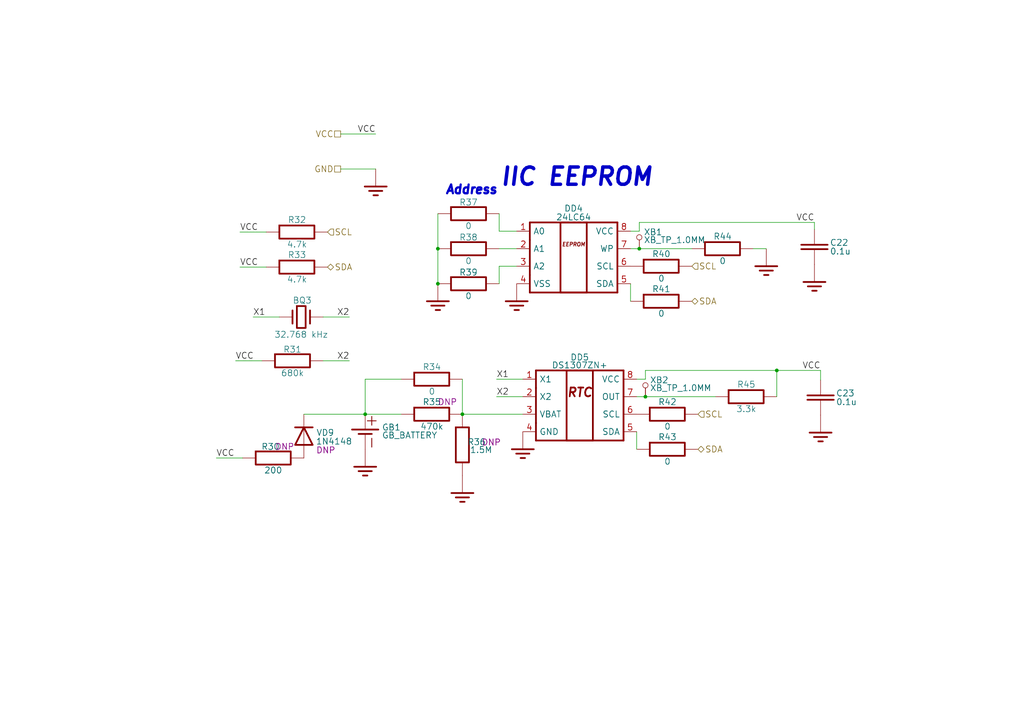
<source format=kicad_sch>
(kicad_sch (version 20211123) (generator eeschema)
  (paper "A4")
  (lib_symbols
    (symbol "C_CAP_17" (pin_names (offset 0))
      (property "Reference" "C" (at 0 6.35 0))
      (property "Value" "C_CAP_17" (at 0 -6.35 0))
      (symbol "C_CAP_17_0_1"
        (polyline (pts (xy -5.08 0) (xy -0.635 0)))
        (polyline (pts (xy -0.635 3.81) (xy -0.635 -3.81)) (stroke (width 0.508)))
        (polyline (pts (xy 0.635 0) (xy 5.08 0)))
        (polyline (pts (xy 0.635 3.81) (xy 0.635 -3.81)) (stroke (width 0.508)))
      )
      (symbol "C_CAP_17_1_1"
        (pin passive line (at -5.08 0 0) (length 2.54) hide (name "~") (number "1"))
        (pin passive line (at 5.08 0 180) (length 2.54) hide (name "~") (number "2"))
      )
    )
    (symbol "Chips:24LC64" (pin_names (offset 1.016))
      (property "Reference" "DD" (at 0 13.97 0))
      (property "Value" "24LC64" (at 0 11.43 0))
      (symbol "24LC64_0_1"
        (rectangle (start -3.81 10.16) (end 3.81 -10.16) (stroke (width 0.508)))
        (polyline (pts (xy -12.7 -10.16) (xy 12.7 -10.16)) (stroke (width 0.508)))
        (polyline (pts (xy -12.7 -5.08) (xy -12.7 -10.16)) (stroke (width 0.508)))
        (polyline (pts (xy 12.7 -10.16) (xy 12.7 10.16)) (stroke (width 0.508)))
        (polyline (pts (xy 12.7 10.16) (xy -12.7 10.16)) (stroke (width 0.508)))
      )
      (symbol "24LC64_1_1"
        (polyline (pts (xy -12.7 -5.08) (xy -12.7 -5.08)) (stroke (width 0.508)))
        (polyline (pts (xy -12.7 -5.08) (xy -12.7 5.08)) (stroke (width 0.508)))
        (polyline (pts (xy -12.7 2.54) (xy -12.7 2.54)) (stroke (width 0.508)))
        (polyline (pts (xy -12.7 5.08) (xy -12.7 5.08)))
        (polyline (pts (xy -12.7 10.16) (xy -12.7 5.08)) (stroke (width 0.508)))
        (text "EEPROM" (at 0 3.81 0) (effects (font (size 1.1 1.1) bold italic)))
        (pin input line (at -16.51 7.62 0) (length 3.81) (name "A0") (number "1"))
        (pin input line (at -16.51 2.54 0) (length 3.81) (name "A1") (number "2"))
        (pin input line (at -16.51 -2.54 0) (length 3.81) (name "A2") (number "3"))
        (pin power_in line (at -16.51 -7.62 0) (length 3.81) (name "VSS") (number "4"))
        (pin input line (at 16.51 -7.62 180) (length 3.81) (name "SDA") (number "5"))
        (pin input line (at 16.51 -2.54 180) (length 3.81) (name "SCL") (number "6"))
        (pin input line (at 16.51 2.54 180) (length 3.81) (name "WP") (number "7"))
        (pin power_in line (at 16.51 7.62 180) (length 3.81) (name "VCC") (number "8"))
      )
    )
    (symbol "Chips:DS1307ZN+" (pin_names (offset 1.016))
      (property "Reference" "DD" (at 0 13.97 0))
      (property "Value" "DS1307ZN+" (at 0 11.684 0))
      (symbol "DS1307ZN+_0_1"
        (rectangle (start -3.81 10.16) (end 3.81 -10.16) (stroke (width 0.508)))
        (polyline (pts (xy -12.7 -10.16) (xy 12.7 -10.16)) (stroke (width 0.508)))
        (polyline (pts (xy -12.7 -5.08) (xy -12.7 -10.16)) (stroke (width 0.508)))
        (polyline (pts (xy 12.7 -10.16) (xy 12.7 10.16)) (stroke (width 0.508)))
        (polyline (pts (xy 12.7 10.16) (xy -12.7 10.16)) (stroke (width 0.508)))
      )
      (symbol "DS1307ZN+_1_1"
        (polyline (pts (xy -12.7 -5.08) (xy -12.7 -5.08)) (stroke (width 0.508)))
        (polyline (pts (xy -12.7 -5.08) (xy -12.7 5.08)) (stroke (width 0.508)))
        (polyline (pts (xy -12.7 2.54) (xy -12.7 2.54)) (stroke (width 0.508)))
        (polyline (pts (xy -12.7 5.08) (xy -12.7 5.08)))
        (polyline (pts (xy -12.7 10.16) (xy -12.7 5.08)) (stroke (width 0.508)))
        (text "RTC" (at 0 3.81 0) (effects (font (size 2.54 2.54) bold italic)))
        (pin input line (at -16.51 7.62 0) (length 3.81) (name "X1") (number "1"))
        (pin input line (at -16.51 2.54 0) (length 3.81) (name "X2") (number "2"))
        (pin power_in line (at -16.51 -2.54 0) (length 3.81) (name "VBAT") (number "3"))
        (pin power_in line (at -16.51 -7.62 0) (length 3.81) (name "GND") (number "4"))
        (pin bidirectional line (at 16.51 -7.62 180) (length 3.81) (name "SDA") (number "5"))
        (pin input line (at 16.51 -2.54 180) (length 3.81) (name "SCL") (number "6"))
        (pin open_collector line (at 16.51 2.54 180) (length 3.81) (name "OUT") (number "7"))
        (pin power_in line (at 16.51 7.62 180) (length 3.81) (name "VCC") (number "8"))
      )
    )
    (symbol "Connectors:XB_TP_1.0MM" (pin_numbers hide) (pin_names hide) (in_bom no)
      (property "Reference" "XB" (at 2.794 4.572 0))
      (property "Value" "XB_TP_1.0MM" (at 9.906 2.286 0))
      (symbol "XB_TP_1.0MM_0_1"
        (circle (center 0 3.302) (radius 0.762))
      )
      (symbol "XB_TP_1.0MM_1_1"
        (pin passive line (at 0 0 90) (length 2.54) (name "1") (number "1"))
      )
    )
    (symbol "Diodes:VD_DIODE" (pin_names (offset 0))
      (property "Reference" "VD" (at 0 5.08 0))
      (property "Value" "VD_DIODE" (at 0 -5.08 0))
      (symbol "VD_DIODE_0_1"
        (polyline (pts (xy 6.35 0) (xy -6.35 0)))
        (polyline (pts (xy 2.54 2.54) (xy 2.54 0) (xy -2.54 2.54) (xy -2.54 -2.54) (xy 2.54 0) (xy 2.54 -2.54)) (stroke (width 0.508)))
      )
      (symbol "VD_DIODE_1_1"
        (pin passive line (at 6.35 0 180) (length 2.54) hide (name "K") (number "1"))
        (pin passive line (at -6.35 0 0) (length 2.54) hide (name "A") (number "2"))
      )
    )
    (symbol "Misc:BQ_QUARTZ" (pin_names (offset 0))
      (property "Reference" "BQ" (at 0 5.08 0))
      (property "Value" "BQ_QUARTZ" (at 0 -5.08 0))
      (symbol "BQ_QUARTZ_0_1"
        (rectangle (start -1.27 3.175) (end 1.27 -3.175) (stroke (width 0.508)))
        (polyline (pts (xy -6.35 0) (xy -2.54 0)))
        (polyline (pts (xy -2.54 1.905) (xy -2.54 -1.905)) (stroke (width 0.508)))
        (polyline (pts (xy 2.54 0) (xy 6.35 0)))
        (polyline (pts (xy 2.54 1.905) (xy 2.54 -1.905)) (stroke (width 0.508)))
      )
      (symbol "BQ_QUARTZ_1_1"
        (pin passive line (at -6.35 0 0) (length 2.54) hide (name "~") (number "1"))
        (pin passive line (at 6.35 0 180) (length 2.54) hide (name "~") (number "2"))
      )
    )
    (symbol "Power:GB_BATTERY" (pin_names (offset 0))
      (property "Reference" "GB" (at 0 6.35 0))
      (property "Value" "GB_BATTERY" (at 0 -6.35 0))
      (symbol "GB_BATTERY_0_1"
        (polyline (pts (xy -3.175 3.175) (xy -3.175 0.635)) (stroke (width 0.254)))
        (polyline (pts (xy -1.905 1.905) (xy -4.445 1.905)) (stroke (width 0.254)))
        (polyline (pts (xy -0.635 -3.81) (xy -0.635 3.81)) (stroke (width 0.508)))
        (polyline (pts (xy -0.635 0) (xy -5.08 0)))
        (polyline (pts (xy 0.635 1.905) (xy 0.635 -1.905)) (stroke (width 0.508)))
        (polyline (pts (xy 4.445 1.905) (xy 1.905 1.905)) (stroke (width 0.254)))
        (polyline (pts (xy 5.08 0) (xy 0.635 0)))
      )
      (symbol "GB_BATTERY_1_1"
        (pin power_out line (at -5.08 0 0) (length 2.54) hide (name "+") (number "1"))
        (pin power_out line (at 5.08 0 180) (length 2.54) hide (name "-") (number "2"))
      )
    )
    (symbol "Power:GROUND" (power) (pin_numbers hide) (pin_names (offset 0))
      (symbol "GROUND_0_1"
        (polyline (pts (xy -3.175 0) (xy 3.175 0)) (stroke (width 0.508)))
        (polyline (pts (xy -1.905 -1.27) (xy 1.905 -1.27)) (stroke (width 0.508)))
        (polyline (pts (xy -0.635 -2.54) (xy 0.635 -2.54)) (stroke (width 0.508)))
        (polyline (pts (xy 0 5.08) (xy 0 0)))
      )
      (symbol "GROUND_1_1"
        (pin power_in line (at 0 5.08 270) (length 5.08) hide (name "GND") (number "1"))
      )
    )
    (symbol "R_RES_11" (pin_names (offset 0))
      (property "Reference" "R" (at 0 3.81 0))
      (property "Value" "R_RES_11" (at 0 -3.81 0))
      (symbol "R_RES_11_0_1"
        (rectangle (start -5.08 1.905) (end 5.08 -1.905) (stroke (width 0.508)))
        (polyline (pts (xy -8.89 0) (xy -5.08 0)))
        (polyline (pts (xy 5.08 0) (xy 8.89 0)))
      )
      (symbol "R_RES_11_1_1"
        (pin passive line (at -8.89 0 0) (length 2.54) hide (name "~") (number "1"))
        (pin passive line (at 8.89 0 180) (length 2.54) hide (name "~") (number "2"))
      )
    )
    (symbol "R_RES_22" (pin_names (offset 0))
      (property "Reference" "R" (at 0 3.81 0))
      (property "Value" "R_RES_22" (at 0 -3.81 0))
      (symbol "R_RES_22_0_1"
        (rectangle (start -5.08 1.905) (end 5.08 -1.905) (stroke (width 0.508)))
        (polyline (pts (xy -8.89 0) (xy -5.08 0)))
        (polyline (pts (xy 5.08 0) (xy 8.89 0)))
      )
      (symbol "R_RES_22_1_1"
        (pin passive line (at -8.89 0 0) (length 2.54) hide (name "~") (number "1"))
        (pin passive line (at 8.89 0 180) (length 2.54) hide (name "~") (number "2"))
      )
    )
  )
  (junction (at 127 82.296))
  (junction (at 134.112 120.142))
  (junction (at 187.198 115.062))
  (junction (at 127 72.136))
  (junction (at 185.42 72.136))
  (junction (at 105.918 120.142))
  (junction (at 225.298 107.442))
  (wire (pts (xy 185.42 64.516) (xy 185.4278 67.056)))
  (wire (pts (xy 127 61.976) (xy 127 72.136)))
  (wire (pts (xy 149.86 77.216) (xy 144.78 77.216)))
  (wire (pts (xy 144.78 77.216) (xy 144.78 82.296)))
  (wire (pts (xy 98.806 38.862) (xy 108.966 38.862)))
  (wire (pts (xy 184.658 125.222) (xy 184.658 130.302)))
  (wire (pts (xy 88.138 120.142) (xy 105.918 120.142)))
  (wire (pts (xy 69.596 77.47) (xy 77.216 77.47)))
  (wire (pts (xy 237.998 107.442) (xy 237.998 110.236)))
  (wire (pts (xy 225.298 107.442) (xy 225.298 115.062)))
  (wire (pts (xy 182.88 82.296) (xy 182.88 87.376)))
  (wire (pts (xy 185.4278 67.056) (xy 182.88 67.056)))
  (wire (pts (xy 144.78 67.056) (xy 144.78 61.976)))
  (wire (pts (xy 185.42 64.516) (xy 236.22 64.516)))
  (wire (pts (xy 144.78 72.136) (xy 149.86 72.136)))
  (wire (pts (xy 144.018 115.062) (xy 151.638 115.062)))
  (wire (pts (xy 184.658 115.062) (xy 187.198 115.062)))
  (wire (pts (xy 134.112 120.142) (xy 151.638 120.142)))
  (wire (pts (xy 134.112 109.982) (xy 134.112 120.142)))
  (wire (pts (xy 144.018 109.982) (xy 151.638 109.982)))
  (wire (pts (xy 149.86 67.056) (xy 144.78 67.056)))
  (wire (pts (xy 101.346 91.948) (xy 93.726 91.948)))
  (wire (pts (xy 127 72.136) (xy 127 82.296)))
  (wire (pts (xy 236.22 66.548) (xy 236.22 64.516)))
  (wire (pts (xy 62.738 132.842) (xy 70.358 132.842)))
  (wire (pts (xy 182.88 72.136) (xy 185.42 72.136)))
  (wire (pts (xy 101.346 104.648) (xy 93.726 104.648)))
  (wire (pts (xy 68.326 104.648) (xy 75.946 104.648)))
  (wire (pts (xy 105.918 120.142) (xy 116.332 120.142)))
  (wire (pts (xy 73.406 91.948) (xy 81.026 91.948)))
  (wire (pts (xy 187.198 107.442) (xy 187.2058 109.982)))
  (wire (pts (xy 105.918 109.982) (xy 105.918 120.142)))
  (wire (pts (xy 185.42 72.136) (xy 200.66 72.136)))
  (wire (pts (xy 98.806 49.022) (xy 108.966 49.022)))
  (wire (pts (xy 69.596 67.31) (xy 77.216 67.31)))
  (wire (pts (xy 187.198 107.442) (xy 225.298 107.442)))
  (wire (pts (xy 225.298 107.442) (xy 237.998 107.442)))
  (wire (pts (xy 187.2058 109.982) (xy 184.658 109.982)))
  (wire (pts (xy 116.332 109.982) (xy 105.918 109.982)))
  (wire (pts (xy 218.44 72.136) (xy 222.25 72.136)))
  (wire (pts (xy 187.198 115.062) (xy 207.518 115.062)))
  (text "Address" (at 129.032 56.642 0) (effects (font (size 2.54 2.54) (thickness 1.0008) bold italic) (justify left bottom)))
  (text "IIC EEPROM" (at 144.78 54.356 0) (effects (font (size 5.0038 5.0038) (thickness 1.0008) bold italic) (justify left bottom)))
  (label "VCC" (at 108.966 38.862 180) (effects (font (size 1.778 1.778))))
  (label "VCC" (at 62.738 132.842 0) (effects (font (size 1.778 1.778))))
  (label "X2" (at 144.018 115.062 0) (effects (font (size 1.778 1.778))))
  (label "VCC" (at 68.326 104.648 0) (effects (font (size 1.778 1.778))))
  (label "X2" (at 101.346 91.948 180) (effects (font (size 1.778 1.778))))
  (label "VCC" (at 69.596 67.31 0) (effects (font (size 1.778 1.778))))
  (label "X2" (at 101.346 104.648 180) (effects (font (size 1.778 1.778))))
  (label "VCC" (at 69.596 77.47 0) (effects (font (size 1.778 1.778))))
  (label "X1" (at 73.406 91.948 0) (effects (font (size 1.778 1.778))))
  (label "VCC" (at 237.998 107.442 180) (effects (font (size 1.778 1.778))))
  (label "X1" (at 144.018 109.982 0) (effects (font (size 1.778 1.778))))
  (label "VCC" (at 236.22 64.516 180) (effects (font (size 1.778 1.778))))
  (hierarchical_label "SDA" (shape bidirectional) (at 200.66 87.376 0) (effects (font (size 1.778 1.778))))
  (hierarchical_label "SDA" (shape bidirectional) (at 202.438 130.302 0) (effects (font (size 1.778 1.778))))
  (hierarchical_label "GND" (shape passive) (at 98.806 49.022 180) (effects (font (size 1.778 1.778))))
  (hierarchical_label "VCC" (shape passive) (at 98.806 38.862 180) (effects (font (size 1.778 1.778))))
  (hierarchical_label "SCL" (shape input) (at 200.66 77.216 0) (effects (font (size 1.778 1.778))))
  (hierarchical_label "SCL" (shape input) (at 202.438 120.142 0) (effects (font (size 1.778 1.778))))
  (hierarchical_label "SDA" (shape bidirectional) (at 94.996 77.47 0) (effects (font (size 1.778 1.778))))
  (hierarchical_label "SCL" (shape input) (at 94.996 67.31 0) (effects (font (size 1.778 1.778))))
  (symbol (lib_name "R_RES_22") (lib_id "Resistors:R_RES") (at 216.408 115.062 180) (unit 1)
    (property "Reference" "R45" (at 216.4587 111.506 0) (effects (font (size 1.778 1.778))))
    (property "Value" "3.3k" (at 216.4587 118.618 0) (effects (font (size 1.778 1.778))))
    (property "Footprint" "Resistor_SMD:R_0402_1005Metric" (effects hide))
  )
  (symbol (lib_id "Power:GROUND") (at 127 87.376 0) (unit 1)
    (property "Reference" "#PWR045" (effects hide))
    (property "Value" "GROUND" (effects hide))
  )
  (symbol (lib_id "Misc:BQ_QUARTZ") (at 87.376 91.948 0) (unit 1)
    (property "Reference" "BQ3" (at 84.836 87.122 0) (effects (font (size 1.778 1.778)) (justify left)))
    (property "Value" "32.768 kHz" (at 79.502 97.028 0) (effects (font (size 1.778 1.778)) (justify left)))
    (property "Footprint" "Crystal:Crystal_AT310_D3.0mm_L10.0mm_Horizontal_1EP_style1" (effects hide))
  )
  (symbol (lib_id "Power:GROUND") (at 134.112 143.002 0) (unit 1)
    (property "Reference" "#PWR046" (effects hide))
    (property "Value" "GROUND" (effects hide))
  )
  (symbol (lib_name "C_CAP_17") (lib_id "Capacitors:C_CAP") (at 237.998 115.316 270) (unit 1)
    (property "Reference" "C23" (at 242.443 114.046 90) (effects (font (size 1.778 1.778)) (justify left)))
    (property "Value" "0.1u" (at 242.443 116.586 90) (effects (font (size 1.778 1.778)) (justify left)))
    (property "Footprint" "Capacitor_SMD:C_0402_1005Metric" (effects hide))
  )
  (symbol (lib_name "R_RES_22") (lib_id "Resistors:R_RES") (at 191.77 87.376 180) (unit 1)
    (property "Reference" "R41" (at 191.8207 83.82 0) (effects (font (size 1.778 1.778))))
    (property "Value" "0" (at 191.8207 90.932 0) (effects (font (size 1.778 1.778))))
    (property "Footprint" "Resistor_SMD:R_0402_1005Metric" (effects hide))
  )
  (symbol (lib_id "Power:GROUND") (at 105.918 135.382 0) (unit 1)
    (property "Reference" "#PWR043" (effects hide))
    (property "Value" "GROUND" (effects hide))
  )
  (symbol (lib_id "Power:GROUND") (at 222.25 77.216 0) (unit 1)
    (property "Reference" "#PWR049" (effects hide))
    (property "Value" "GROUND" (effects hide))
  )
  (symbol (lib_name "R_RES_22") (lib_id "Resistors:R_RES") (at 209.55 72.136 180) (unit 1)
    (property "Reference" "R44" (at 209.6007 68.58 0) (effects (font (size 1.778 1.778))))
    (property "Value" "0" (at 209.6007 75.692 0) (effects (font (size 1.778 1.778))))
    (property "Footprint" "Resistor_SMD:R_0402_1005Metric" (effects hide))
  )
  (symbol (lib_name "R_RES_22") (lib_id "Resistors:R_RES") (at 135.89 72.136 180) (unit 1)
    (property "Reference" "R38" (at 135.89 68.834 0) (effects (font (size 1.778 1.778))))
    (property "Value" "0" (at 135.89 75.692 0) (effects (font (size 1.778 1.778))))
    (property "Footprint" "Resistor_SMD:R_0402_1005Metric" (effects hide))
  )
  (symbol (lib_name "R_RES_22") (lib_id "Resistors:R_RES") (at 84.836 104.648 180) (unit 1)
    (property "Reference" "R31" (at 84.836 101.346 0) (effects (font (size 1.778 1.778))))
    (property "Value" "680k" (at 84.836 108.204 0) (effects (font (size 1.778 1.778))))
    (property "Footprint" "Resistor_SMD:R_0402_1005Metric" (effects hide))
  )
  (symbol (lib_name "C_CAP_17") (lib_id "Capacitors:C_CAP") (at 236.22 71.628 270) (unit 1)
    (property "Reference" "C22" (at 240.665 70.358 90) (effects (font (size 1.778 1.778)) (justify left)))
    (property "Value" "0.1u" (at 240.665 72.898 90) (effects (font (size 1.778 1.778)) (justify left)))
    (property "Footprint" "Capacitor_SMD:C_0402_1005Metric" (effects hide))
  )
  (symbol (lib_name "R_RES_22") (lib_id "Resistors:R_RES") (at 135.89 61.976 180) (unit 1)
    (property "Reference" "R37" (at 135.89 58.674 0) (effects (font (size 1.778 1.778))))
    (property "Value" "0" (at 135.89 65.532 0) (effects (font (size 1.778 1.778))))
    (property "Footprint" "Resistor_SMD:R_0402_1005Metric" (effects hide))
  )
  (symbol (lib_id "Power:GROUND") (at 149.86 87.376 0) (unit 1)
    (property "Reference" "#PWR047" (effects hide))
    (property "Value" "GROUND" (effects hide))
  )
  (symbol (lib_id "Chips:DS1307ZN+") (at 168.148 117.602 0) (unit 1)
    (property "Reference" "DD5" (at 168.148 103.632 0) (effects (font (size 1.778 1.778))))
    (property "Value" "DS1307ZN+" (at 168.148 105.918 0) (effects (font (size 1.778 1.778))))
    (property "Footprint" "Package_SO:SOIC-8_3.9x4.9mm_P1.27mm" (effects hide))
    (property "Datasheet" "https://datasheets.maximintegrated.com/en/ds/DS1302.pdf" (effects hide))
    (property "Link" "https://www.rcscomponents.kiev.ua/datasheets/DS1307-99500.pdf" (effects hide))
    (property "Assembly" "DNP" (effects hide))
  )
  (symbol (lib_name "R_RES_22") (lib_id "Resistors:R_RES") (at 193.548 120.142 180) (unit 1)
    (property "Reference" "R42" (at 193.5987 116.586 0) (effects (font (size 1.778 1.778))))
    (property "Value" "0" (at 193.5987 123.698 0) (effects (font (size 1.778 1.778))))
    (property "Footprint" "Resistor_SMD:R_0402_1005Metric" (effects hide))
  )
  (symbol (lib_id "Power:GROUND") (at 151.638 130.302 0) (unit 1)
    (property "Reference" "#PWR048" (effects hide))
    (property "Value" "GROUND" (effects hide))
  )
  (symbol (lib_name "R_RES_11") (lib_id "Resistors:R_RES") (at 134.112 129.032 270) (unit 1)
    (property "Reference" "R36" (at 138.2663 128.1886 90) (effects (font (size 1.778 1.778))))
    (property "Value" "1.5M" (at 139.5363 130.4746 90) (effects (font (size 1.778 1.778))))
    (property "Footprint" "Resistor_SMD:R_0402_1005Metric" (effects hide))
    (property "Assembly" "DNP" (at 142.494 128.27 90) (effects (font (size 1.778 1.778))))
  )
  (symbol (lib_id "Chips:24LC64") (at 166.37 74.676 0) (unit 1)
    (property "Reference" "DD4" (at 166.37 60.452 0) (effects (font (size 1.778 1.778))))
    (property "Value" "24LC64" (at 166.37 62.992 0) (effects (font (size 1.778 1.778))))
    (property "Footprint" "Package_SO:SOP-8_3.9x4.9mm_P1.27mm" (effects hide))
    (property "Datasheet" "http://ww1.microchip.com/downloads/en/devicedoc/21189f.pdf" (effects hide))
    (property "Link" "https://www.rcscomponents.kiev.ua/product/24lc64t-i-sn_14769.html" (effects hide))
    (property "Assembly" "DNP" (effects hide))
  )
  (symbol (lib_name "R_RES_22") (lib_id "Resistors:R_RES") (at 135.89 82.296 180) (unit 1)
    (property "Reference" "R39" (at 135.89 78.994 0) (effects (font (size 1.778 1.778))))
    (property "Value" "0" (at 135.89 85.852 0) (effects (font (size 1.778 1.778))))
    (property "Footprint" "Resistor_SMD:R_0402_1005Metric" (effects hide))
  )
  (symbol (lib_id "Connectors:XB_TP_1.0MM") (at 185.42 72.136 0) (unit 1) (in_bom no)
    (property "Reference" "XB1" (at 186.69 67.31 0) (effects (font (size 1.778 1.778)) (justify left)))
    (property "Value" "XB_TP_1.0MM" (at 186.69 69.596 0) (effects (font (size 1.778 1.778)) (justify left)))
    (property "Footprint" "TestPoint:TestPoint_Pad_D1.0mm" (effects hide))
  )
  (symbol (lib_id "Power:GROUND") (at 237.998 125.476 0) (unit 1)
    (property "Reference" "#PWR051" (effects hide))
    (property "Value" "GROUND" (effects hide))
  )
  (symbol (lib_name "R_RES_22") (lib_id "Resistors:R_RES") (at 125.222 120.142 180) (unit 1)
    (property "Reference" "R35" (at 125.2727 116.586 0) (effects (font (size 1.778 1.778))))
    (property "Value" "470k" (at 125.2727 123.698 0) (effects (font (size 1.778 1.778))))
    (property "Footprint" "Resistor_SMD:R_0402_1005Metric" (effects hide))
    (property "Assembly" "DNP" (at 129.794 116.586 0) (effects (font (size 1.778 1.778))))
  )
  (symbol (lib_name "R_RES_22") (lib_id "Resistors:R_RES") (at 193.548 130.302 180) (unit 1)
    (property "Reference" "R43" (at 193.5987 126.746 0) (effects (font (size 1.778 1.778))))
    (property "Value" "0" (at 193.5987 133.858 0) (effects (font (size 1.778 1.778))))
    (property "Footprint" "Resistor_SMD:R_0402_1005Metric" (effects hide))
  )
  (symbol (lib_name "R_RES_22") (lib_id "Resistors:R_RES") (at 125.222 109.982 180) (unit 1)
    (property "Reference" "R34" (at 125.2727 106.426 0) (effects (font (size 1.778 1.778))))
    (property "Value" "0" (at 125.2727 113.538 0) (effects (font (size 1.778 1.778))))
    (property "Footprint" "Resistor_SMD:R_0402_1005Metric" (effects hide))
  )
  (symbol (lib_name "R_RES_22") (lib_id "Resistors:R_RES") (at 191.77 77.216 180) (unit 1)
    (property "Reference" "R40" (at 191.8207 73.66 0) (effects (font (size 1.778 1.778))))
    (property "Value" "0" (at 191.8207 80.772 0) (effects (font (size 1.778 1.778))))
    (property "Footprint" "Resistor_SMD:R_0402_1005Metric" (effects hide))
  )
  (symbol (lib_id "Connectors:XB_TP_1.0MM") (at 187.198 115.062 0) (unit 1) (in_bom no)
    (property "Reference" "XB2" (at 188.468 110.236 0) (effects (font (size 1.778 1.778)) (justify left)))
    (property "Value" "XB_TP_1.0MM" (at 188.468 112.522 0) (effects (font (size 1.778 1.778)) (justify left)))
    (property "Footprint" "TestPoint:TestPoint_Pad_D1.0mm" (effects hide))
  )
  (symbol (lib_id "Power:GB_BATTERY") (at 105.918 125.222 270) (unit 1)
    (property "Reference" "GB1" (at 110.744 123.952 90) (effects (font (size 1.778 1.778)) (justify left)))
    (property "Value" "GB_BATTERY" (at 110.744 126.238 90) (effects (font (size 1.778 1.778)) (justify left)))
    (property "Footprint" "Battery:BatteryHolder_Keystone_3000_1x12mm" (effects hide))
  )
  (symbol (lib_name "R_RES_22") (lib_id "Resistors:R_RES") (at 79.248 132.842 180) (unit 1)
    (property "Reference" "R30" (at 78.486 129.54 0) (effects (font (size 1.778 1.778))))
    (property "Value" "200" (at 79.248 136.398 0) (effects (font (size 1.778 1.778))))
    (property "Footprint" "Resistor_SMD:R_0402_1005Metric" (effects hide))
    (property "Assembly" "DNP" (at 82.55 129.54 0) (effects (font (size 1.778 1.778))))
  )
  (symbol (lib_name "R_RES_22") (lib_id "Resistors:R_RES") (at 86.106 77.47 180) (unit 1)
    (property "Reference" "R33" (at 86.1567 73.914 0) (effects (font (size 1.778 1.778))))
    (property "Value" "4.7k" (at 86.1567 81.026 0) (effects (font (size 1.778 1.778))))
    (property "Footprint" "Resistor_SMD:R_0402_1005Metric" (effects hide))
  )
  (symbol (lib_id "Power:GROUND") (at 108.966 54.102 0) (unit 1)
    (property "Reference" "#PWR044" (effects hide))
    (property "Value" "GROUND" (effects hide))
  )
  (symbol (lib_name "R_RES_22") (lib_id "Resistors:R_RES") (at 86.106 67.31 180) (unit 1)
    (property "Reference" "R32" (at 86.1567 63.754 0) (effects (font (size 1.778 1.778))))
    (property "Value" "4.7k" (at 86.1567 70.866 0) (effects (font (size 1.778 1.778))))
    (property "Footprint" "Resistor_SMD:R_0402_1005Metric" (effects hide))
  )
  (symbol (lib_id "Diodes:VD_DIODE") (at 88.138 126.492 90) (unit 1)
    (property "Reference" "VD9" (at 91.694 125.476 90) (effects (font (size 1.778 1.778)) (justify right)))
    (property "Value" "1N4148" (at 91.567 128.016 90) (effects (font (size 1.778 1.778)) (justify right)))
    (property "Footprint" "Diode_SMD:D_SOD-123F" (effects hide))
    (property "Assembly" "DNP" (at 94.488 130.556 90) (effects (font (size 1.778 1.778))))
  )
  (symbol (lib_id "Power:GROUND") (at 236.22 81.788 0) (unit 1)
    (property "Reference" "#PWR050" (effects hide))
    (property "Value" "GROUND" (effects hide))
  )
)
</source>
